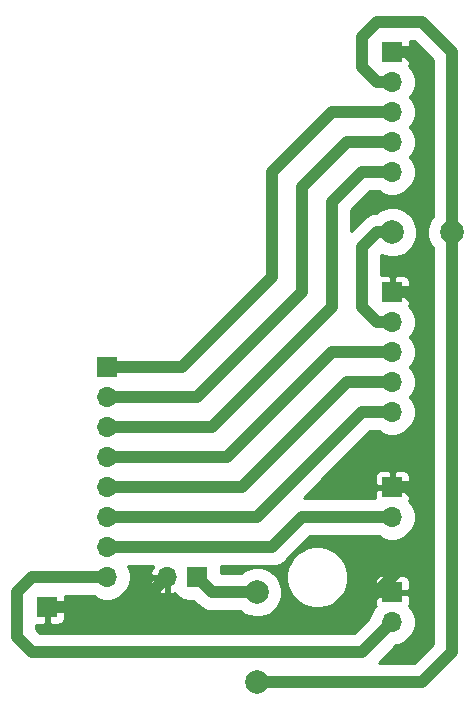
<source format=gbr>
%TF.GenerationSoftware,KiCad,Pcbnew,(5.1.6)-1*%
%TF.CreationDate,2020-12-26T21:59:52+01:00*%
%TF.ProjectId,userinput,75736572-696e-4707-9574-2e6b69636164,rev?*%
%TF.SameCoordinates,PX94f9350PY93c3260*%
%TF.FileFunction,Copper,L2,Bot*%
%TF.FilePolarity,Positive*%
%FSLAX46Y46*%
G04 Gerber Fmt 4.6, Leading zero omitted, Abs format (unit mm)*
G04 Created by KiCad (PCBNEW (5.1.6)-1) date 2020-12-26 21:59:52*
%MOMM*%
%LPD*%
G01*
G04 APERTURE LIST*
%TA.AperFunction,ComponentPad*%
%ADD10O,1.700000X1.700000*%
%TD*%
%TA.AperFunction,ComponentPad*%
%ADD11R,1.700000X1.700000*%
%TD*%
%TA.AperFunction,ViaPad*%
%ADD12C,2.000000*%
%TD*%
%TA.AperFunction,Conductor*%
%ADD13C,1.000000*%
%TD*%
%TA.AperFunction,Conductor*%
%ADD14C,0.254000*%
%TD*%
G04 APERTURE END LIST*
D10*
%TO.P,J11,5*%
%TO.N,/PIN_A13*%
X33020000Y24130000D03*
%TO.P,J11,4*%
%TO.N,/PIN_A12*%
X33020000Y26670000D03*
%TO.P,J11,3*%
%TO.N,/PIN_A11*%
X33020000Y29210000D03*
%TO.P,J11,2*%
%TO.N,+5V*%
X33020000Y31750000D03*
D11*
%TO.P,J11,1*%
%TO.N,GND*%
X33020000Y34290000D03*
%TD*%
D10*
%TO.P,J10,5*%
%TO.N,/PIN_A10*%
X33020000Y44450000D03*
%TO.P,J10,4*%
%TO.N,/PIN_A09*%
X33020000Y46990000D03*
%TO.P,J10,3*%
%TO.N,/PIN_A08*%
X33020000Y49530000D03*
%TO.P,J10,2*%
%TO.N,+5V*%
X33020000Y52070000D03*
D11*
%TO.P,J10,1*%
%TO.N,GND*%
X33020000Y54610000D03*
%TD*%
%TO.P,J9,1*%
%TO.N,GND*%
X3810000Y7620000D03*
%TD*%
D10*
%TO.P,J7,2*%
%TO.N,/PIN_A15*%
X33020000Y6350000D03*
D11*
%TO.P,J7,1*%
%TO.N,GND*%
X33020000Y8890000D03*
%TD*%
D10*
%TO.P,J6,2*%
%TO.N,/PIN_A14*%
X33020000Y15240000D03*
D11*
%TO.P,J6,1*%
%TO.N,GND*%
X33020000Y17780000D03*
%TD*%
D10*
%TO.P,J5,8*%
%TO.N,/PIN_A15*%
X8890000Y10160000D03*
%TO.P,J5,7*%
%TO.N,/PIN_A14*%
X8890000Y12700000D03*
%TO.P,J5,6*%
%TO.N,/PIN_A13*%
X8890000Y15240000D03*
%TO.P,J5,5*%
%TO.N,/PIN_A12*%
X8890000Y17780000D03*
%TO.P,J5,4*%
%TO.N,/PIN_A11*%
X8890000Y20320000D03*
%TO.P,J5,3*%
%TO.N,/PIN_A10*%
X8890000Y22860000D03*
%TO.P,J5,2*%
%TO.N,/PIN_A09*%
X8890000Y25400000D03*
D11*
%TO.P,J5,1*%
%TO.N,/PIN_A08*%
X8890000Y27940000D03*
%TD*%
%TO.P,J1,1*%
%TO.N,+5V*%
X16510000Y10160000D03*
D10*
%TO.P,J1,2*%
%TO.N,GND*%
X13970000Y10160000D03*
%TD*%
D12*
%TO.N,+5V*%
X38100000Y39370000D03*
X33020000Y39370000D03*
X21590000Y8890000D03*
X21590000Y1270000D03*
%TD*%
D13*
%TO.N,GND*%
X34290000Y17780000D02*
X33020000Y17780000D01*
X35560000Y16510000D02*
X34290000Y17780000D01*
X34290000Y34290000D02*
X33020000Y34290000D01*
X35560000Y33020000D02*
X34290000Y34290000D01*
X3810000Y7620000D02*
X11430000Y7620000D01*
X12700000Y6350000D02*
X29210000Y6350000D01*
X11430000Y7620000D02*
X12700000Y6350000D01*
X35560000Y53340000D02*
X34290000Y54610000D01*
X35560000Y12700000D02*
X35560000Y53340000D01*
X34290000Y54610000D02*
X33020000Y54610000D01*
X31750000Y8890000D02*
X33020000Y8890000D01*
X31750000Y8890000D02*
X35560000Y12700000D01*
X29210000Y6350000D02*
X31750000Y8890000D01*
X11430000Y7620000D02*
X13970000Y10160000D01*
%TO.N,+5V*%
X33020000Y39370000D02*
X31750000Y39370000D01*
X31750000Y39370000D02*
X30480000Y38100000D01*
X30480000Y38100000D02*
X30480000Y33020000D01*
X30480000Y33020000D02*
X31750000Y31750000D01*
X31750000Y31750000D02*
X33020000Y31750000D01*
X31750000Y52070000D02*
X33020000Y52070000D01*
X30480000Y53340000D02*
X31750000Y52070000D01*
X38100000Y54610000D02*
X35560000Y57150000D01*
X38100000Y39370000D02*
X38100000Y54610000D01*
X31750000Y57150000D02*
X30480000Y55880000D01*
X35560000Y57150000D02*
X31750000Y57150000D01*
X30480000Y55880000D02*
X30480000Y53340000D01*
X21590000Y1270000D02*
X35560000Y1270000D01*
X38100000Y3810000D02*
X38100000Y36830000D01*
X38100000Y36830000D02*
X38100000Y39370000D01*
X35560000Y1270000D02*
X38100000Y3810000D01*
X21590000Y8890000D02*
X17780000Y8890000D01*
X17780000Y8890000D02*
X16510000Y10160000D01*
%TO.N,/PIN_A15*%
X30480000Y3810000D02*
X33020000Y6350000D01*
X2540000Y3810000D02*
X30480000Y3810000D01*
X8890000Y10160000D02*
X2540000Y10160000D01*
X2540000Y10160000D02*
X1270000Y8890000D01*
X1270000Y8890000D02*
X1270000Y5080000D01*
X1270000Y5080000D02*
X2540000Y3810000D01*
%TO.N,/PIN_A14*%
X33020000Y15240000D02*
X25400000Y15240000D01*
X22860000Y12700000D02*
X8890000Y12700000D01*
X25400000Y15240000D02*
X22860000Y12700000D01*
%TO.N,/PIN_A13*%
X31750000Y24130000D02*
X33020000Y24130000D01*
X8890000Y15240000D02*
X21590000Y15240000D01*
X21590000Y15240000D02*
X29210000Y22860000D01*
X29210000Y22860000D02*
X30480000Y24130000D01*
X30480000Y24130000D02*
X31750000Y24130000D01*
%TO.N,/PIN_A12*%
X30480000Y26670000D02*
X33020000Y26670000D01*
X29210000Y26670000D02*
X30480000Y26670000D01*
X20320000Y17780000D02*
X29210000Y26670000D01*
X8890000Y17780000D02*
X20320000Y17780000D01*
%TO.N,/PIN_A11*%
X29210000Y29210000D02*
X33020000Y29210000D01*
X27940000Y29210000D02*
X29210000Y29210000D01*
X19050000Y20320000D02*
X27940000Y29210000D01*
X8890000Y20320000D02*
X19050000Y20320000D01*
%TO.N,/PIN_A10*%
X30480000Y44450000D02*
X33020000Y44450000D01*
X27940000Y33020000D02*
X27940000Y41910000D01*
X27940000Y41910000D02*
X30480000Y44450000D01*
X8890000Y22860000D02*
X17780000Y22860000D01*
X17780000Y22860000D02*
X27940000Y33020000D01*
%TO.N,/PIN_A09*%
X29210000Y46990000D02*
X33020000Y46990000D01*
X25400000Y43180000D02*
X29210000Y46990000D01*
X8890000Y25400000D02*
X16510000Y25400000D01*
X25400000Y34290000D02*
X25400000Y43180000D01*
X16510000Y25400000D02*
X25400000Y34290000D01*
%TO.N,/PIN_A08*%
X22860000Y44450000D02*
X27940000Y49530000D01*
X27940000Y49530000D02*
X33020000Y49530000D01*
X22860000Y35560000D02*
X22860000Y44450000D01*
X8890000Y27940000D02*
X15240000Y27940000D01*
X15240000Y27940000D02*
X22860000Y35560000D01*
%TD*%
D14*
%TO.N,GND*%
G36*
X36473001Y53936074D02*
G01*
X36473000Y40751033D01*
X36447851Y40725884D01*
X36215077Y40377512D01*
X36054739Y39990423D01*
X35973000Y39579491D01*
X35973000Y39160509D01*
X36054739Y38749577D01*
X36215077Y38362488D01*
X36447851Y38014116D01*
X36473000Y37988967D01*
X36473000Y36750076D01*
X36473001Y36750066D01*
X36473000Y4483925D01*
X34886075Y2897000D01*
X31867925Y2897000D01*
X33376007Y4405082D01*
X33596670Y4448975D01*
X33956461Y4598005D01*
X34280264Y4814364D01*
X34555636Y5089736D01*
X34771995Y5413539D01*
X34921025Y5773330D01*
X34997000Y6155282D01*
X34997000Y6544718D01*
X34921025Y6926670D01*
X34771995Y7286461D01*
X34555636Y7610264D01*
X34428354Y7737546D01*
X34459502Y7795820D01*
X34495812Y7915518D01*
X34508072Y8040000D01*
X34505000Y8604250D01*
X34346250Y8763000D01*
X33147000Y8763000D01*
X33147000Y8743000D01*
X32893000Y8743000D01*
X32893000Y8763000D01*
X31693750Y8763000D01*
X31535000Y8604250D01*
X31531928Y8040000D01*
X31544188Y7915518D01*
X31580498Y7795820D01*
X31611646Y7737546D01*
X31484364Y7610264D01*
X31268005Y7286461D01*
X31118975Y6926670D01*
X31075082Y6706007D01*
X29806075Y5437000D01*
X3213926Y5437000D01*
X2897000Y5753925D01*
X2897000Y6138133D01*
X2960000Y6131928D01*
X3524250Y6135000D01*
X3683000Y6293750D01*
X3683000Y7493000D01*
X3937000Y7493000D01*
X3937000Y6293750D01*
X4095750Y6135000D01*
X4660000Y6131928D01*
X4784482Y6144188D01*
X4904180Y6180498D01*
X5014494Y6239463D01*
X5111185Y6318815D01*
X5190537Y6415506D01*
X5249502Y6525820D01*
X5285812Y6645518D01*
X5298072Y6770000D01*
X5295000Y7334250D01*
X5136250Y7493000D01*
X3937000Y7493000D01*
X3683000Y7493000D01*
X3663000Y7493000D01*
X3663000Y7747000D01*
X3683000Y7747000D01*
X3683000Y7767000D01*
X3937000Y7767000D01*
X3937000Y7747000D01*
X5136250Y7747000D01*
X5295000Y7905750D01*
X5298072Y8470000D01*
X5291867Y8533000D01*
X7766471Y8533000D01*
X7953539Y8408005D01*
X8313330Y8258975D01*
X8695282Y8183000D01*
X9084718Y8183000D01*
X9466670Y8258975D01*
X9826461Y8408005D01*
X10150264Y8624364D01*
X10425636Y8899736D01*
X10641995Y9223539D01*
X10791025Y9583330D01*
X10834741Y9803109D01*
X12528519Y9803109D01*
X12625843Y9528748D01*
X12774822Y9278645D01*
X12969731Y9062412D01*
X13203080Y8888359D01*
X13465901Y8763175D01*
X13613110Y8718524D01*
X13843000Y8839845D01*
X13843000Y10033000D01*
X12649186Y10033000D01*
X12528519Y9803109D01*
X10834741Y9803109D01*
X10867000Y9965282D01*
X10867000Y10354718D01*
X10791025Y10736670D01*
X10651713Y11073000D01*
X12803346Y11073000D01*
X12774822Y11041355D01*
X12625843Y10791252D01*
X12528519Y10516891D01*
X12649186Y10287000D01*
X13843000Y10287000D01*
X13843000Y10307000D01*
X14097000Y10307000D01*
X14097000Y10287000D01*
X14117000Y10287000D01*
X14117000Y10033000D01*
X14097000Y10033000D01*
X14097000Y8839845D01*
X14326890Y8718524D01*
X14474099Y8763175D01*
X14633747Y8839217D01*
X14718400Y8680843D01*
X14859235Y8509235D01*
X15030843Y8368400D01*
X15226629Y8263750D01*
X15439069Y8199307D01*
X15660000Y8177547D01*
X16191527Y8177547D01*
X16573025Y7796049D01*
X16623971Y7733971D01*
X16686049Y7683025D01*
X16686052Y7683022D01*
X16800844Y7588815D01*
X16871714Y7530654D01*
X17154362Y7379575D01*
X17461052Y7286542D01*
X17700075Y7263000D01*
X17700085Y7263000D01*
X17779999Y7255129D01*
X17859914Y7263000D01*
X20208967Y7263000D01*
X20234116Y7237851D01*
X20582488Y7005077D01*
X20969577Y6844739D01*
X21380509Y6763000D01*
X21799491Y6763000D01*
X22210423Y6844739D01*
X22597512Y7005077D01*
X22945884Y7237851D01*
X23242149Y7534116D01*
X23474923Y7882488D01*
X23635261Y8269577D01*
X23717000Y8680509D01*
X23717000Y9099491D01*
X23635261Y9510423D01*
X23474923Y9897512D01*
X23242149Y10245884D01*
X23069296Y10418737D01*
X24043000Y10418737D01*
X24043000Y9901263D01*
X24143954Y9393732D01*
X24341983Y8915649D01*
X24629476Y8485385D01*
X24995385Y8119476D01*
X25425649Y7831983D01*
X25903732Y7633954D01*
X26411263Y7533000D01*
X26928737Y7533000D01*
X27436268Y7633954D01*
X27914351Y7831983D01*
X28344615Y8119476D01*
X28710524Y8485385D01*
X28998017Y8915649D01*
X29196046Y9393732D01*
X29264922Y9740000D01*
X31531928Y9740000D01*
X31535000Y9175750D01*
X31693750Y9017000D01*
X32893000Y9017000D01*
X32893000Y10216250D01*
X33147000Y10216250D01*
X33147000Y9017000D01*
X34346250Y9017000D01*
X34505000Y9175750D01*
X34508072Y9740000D01*
X34495812Y9864482D01*
X34459502Y9984180D01*
X34400537Y10094494D01*
X34321185Y10191185D01*
X34224494Y10270537D01*
X34114180Y10329502D01*
X33994482Y10365812D01*
X33870000Y10378072D01*
X33305750Y10375000D01*
X33147000Y10216250D01*
X32893000Y10216250D01*
X32734250Y10375000D01*
X32170000Y10378072D01*
X32045518Y10365812D01*
X31925820Y10329502D01*
X31815506Y10270537D01*
X31718815Y10191185D01*
X31639463Y10094494D01*
X31580498Y9984180D01*
X31544188Y9864482D01*
X31531928Y9740000D01*
X29264922Y9740000D01*
X29297000Y9901263D01*
X29297000Y10418737D01*
X29196046Y10926268D01*
X28998017Y11404351D01*
X28710524Y11834615D01*
X28344615Y12200524D01*
X27914351Y12488017D01*
X27436268Y12686046D01*
X26928737Y12787000D01*
X26411263Y12787000D01*
X25903732Y12686046D01*
X25425649Y12488017D01*
X24995385Y12200524D01*
X24629476Y11834615D01*
X24341983Y11404351D01*
X24143954Y10926268D01*
X24043000Y10418737D01*
X23069296Y10418737D01*
X22945884Y10542149D01*
X22597512Y10774923D01*
X22210423Y10935261D01*
X21799491Y11017000D01*
X21380509Y11017000D01*
X20969577Y10935261D01*
X20582488Y10774923D01*
X20234116Y10542149D01*
X20208967Y10517000D01*
X18492453Y10517000D01*
X18492453Y11010000D01*
X18486248Y11073000D01*
X22780086Y11073000D01*
X22860000Y11065129D01*
X22939914Y11073000D01*
X22939925Y11073000D01*
X23178948Y11096542D01*
X23485638Y11189575D01*
X23768286Y11340654D01*
X24016029Y11543971D01*
X24066980Y11606055D01*
X26073925Y13613000D01*
X31896471Y13613000D01*
X32083539Y13488005D01*
X32443330Y13338975D01*
X32825282Y13263000D01*
X33214718Y13263000D01*
X33596670Y13338975D01*
X33956461Y13488005D01*
X34280264Y13704364D01*
X34555636Y13979736D01*
X34771995Y14303539D01*
X34921025Y14663330D01*
X34997000Y15045282D01*
X34997000Y15434718D01*
X34921025Y15816670D01*
X34771995Y16176461D01*
X34555636Y16500264D01*
X34428354Y16627546D01*
X34459502Y16685820D01*
X34495812Y16805518D01*
X34508072Y16930000D01*
X34505000Y17494250D01*
X34346250Y17653000D01*
X33147000Y17653000D01*
X33147000Y17633000D01*
X32893000Y17633000D01*
X32893000Y17653000D01*
X31693750Y17653000D01*
X31535000Y17494250D01*
X31531928Y16930000D01*
X31538133Y16867000D01*
X25517925Y16867000D01*
X27280925Y18630000D01*
X31531928Y18630000D01*
X31535000Y18065750D01*
X31693750Y17907000D01*
X32893000Y17907000D01*
X32893000Y19106250D01*
X33147000Y19106250D01*
X33147000Y17907000D01*
X34346250Y17907000D01*
X34505000Y18065750D01*
X34508072Y18630000D01*
X34495812Y18754482D01*
X34459502Y18874180D01*
X34400537Y18984494D01*
X34321185Y19081185D01*
X34224494Y19160537D01*
X34114180Y19219502D01*
X33994482Y19255812D01*
X33870000Y19268072D01*
X33305750Y19265000D01*
X33147000Y19106250D01*
X32893000Y19106250D01*
X32734250Y19265000D01*
X32170000Y19268072D01*
X32045518Y19255812D01*
X31925820Y19219502D01*
X31815506Y19160537D01*
X31718815Y19081185D01*
X31639463Y18984494D01*
X31580498Y18874180D01*
X31544188Y18754482D01*
X31531928Y18630000D01*
X27280925Y18630000D01*
X30416977Y21766052D01*
X31153926Y22503000D01*
X31896471Y22503000D01*
X32083539Y22378005D01*
X32443330Y22228975D01*
X32825282Y22153000D01*
X33214718Y22153000D01*
X33596670Y22228975D01*
X33956461Y22378005D01*
X34280264Y22594364D01*
X34555636Y22869736D01*
X34771995Y23193539D01*
X34921025Y23553330D01*
X34997000Y23935282D01*
X34997000Y24324718D01*
X34921025Y24706670D01*
X34771995Y25066461D01*
X34555636Y25390264D01*
X34545900Y25400000D01*
X34555636Y25409736D01*
X34771995Y25733539D01*
X34921025Y26093330D01*
X34997000Y26475282D01*
X34997000Y26864718D01*
X34921025Y27246670D01*
X34771995Y27606461D01*
X34555636Y27930264D01*
X34545900Y27940000D01*
X34555636Y27949736D01*
X34771995Y28273539D01*
X34921025Y28633330D01*
X34997000Y29015282D01*
X34997000Y29404718D01*
X34921025Y29786670D01*
X34771995Y30146461D01*
X34555636Y30470264D01*
X34545900Y30480000D01*
X34555636Y30489736D01*
X34771995Y30813539D01*
X34921025Y31173330D01*
X34997000Y31555282D01*
X34997000Y31944718D01*
X34921025Y32326670D01*
X34771995Y32686461D01*
X34555636Y33010264D01*
X34428354Y33137546D01*
X34459502Y33195820D01*
X34495812Y33315518D01*
X34508072Y33440000D01*
X34505000Y34004250D01*
X34346250Y34163000D01*
X33147000Y34163000D01*
X33147000Y34143000D01*
X32893000Y34143000D01*
X32893000Y34163000D01*
X32873000Y34163000D01*
X32873000Y34417000D01*
X32893000Y34417000D01*
X32893000Y35616250D01*
X33147000Y35616250D01*
X33147000Y34417000D01*
X34346250Y34417000D01*
X34505000Y34575750D01*
X34508072Y35140000D01*
X34495812Y35264482D01*
X34459502Y35384180D01*
X34400537Y35494494D01*
X34321185Y35591185D01*
X34224494Y35670537D01*
X34114180Y35729502D01*
X33994482Y35765812D01*
X33870000Y35778072D01*
X33305750Y35775000D01*
X33147000Y35616250D01*
X32893000Y35616250D01*
X32734250Y35775000D01*
X32170000Y35778072D01*
X32107000Y35771867D01*
X32107000Y37426075D01*
X32121039Y37440114D01*
X32399577Y37324739D01*
X32810509Y37243000D01*
X33229491Y37243000D01*
X33640423Y37324739D01*
X34027512Y37485077D01*
X34375884Y37717851D01*
X34672149Y38014116D01*
X34904923Y38362488D01*
X35065261Y38749577D01*
X35147000Y39160509D01*
X35147000Y39579491D01*
X35065261Y39990423D01*
X34904923Y40377512D01*
X34672149Y40725884D01*
X34375884Y41022149D01*
X34027512Y41254923D01*
X33640423Y41415261D01*
X33229491Y41497000D01*
X32810509Y41497000D01*
X32399577Y41415261D01*
X32012488Y41254923D01*
X31664116Y41022149D01*
X31635568Y40993601D01*
X31431052Y40973458D01*
X31124362Y40880425D01*
X31124360Y40880424D01*
X30841714Y40729346D01*
X30656052Y40576978D01*
X30656049Y40576975D01*
X30593971Y40526029D01*
X30543025Y40463951D01*
X29567000Y39487925D01*
X29567000Y41236075D01*
X31153925Y42823000D01*
X31896471Y42823000D01*
X32083539Y42698005D01*
X32443330Y42548975D01*
X32825282Y42473000D01*
X33214718Y42473000D01*
X33596670Y42548975D01*
X33956461Y42698005D01*
X34280264Y42914364D01*
X34555636Y43189736D01*
X34771995Y43513539D01*
X34921025Y43873330D01*
X34997000Y44255282D01*
X34997000Y44644718D01*
X34921025Y45026670D01*
X34771995Y45386461D01*
X34555636Y45710264D01*
X34545900Y45720000D01*
X34555636Y45729736D01*
X34771995Y46053539D01*
X34921025Y46413330D01*
X34997000Y46795282D01*
X34997000Y47184718D01*
X34921025Y47566670D01*
X34771995Y47926461D01*
X34555636Y48250264D01*
X34545900Y48260000D01*
X34555636Y48269736D01*
X34771995Y48593539D01*
X34921025Y48953330D01*
X34997000Y49335282D01*
X34997000Y49724718D01*
X34921025Y50106670D01*
X34771995Y50466461D01*
X34555636Y50790264D01*
X34545900Y50800000D01*
X34555636Y50809736D01*
X34771995Y51133539D01*
X34921025Y51493330D01*
X34997000Y51875282D01*
X34997000Y52264718D01*
X34921025Y52646670D01*
X34771995Y53006461D01*
X34555636Y53330264D01*
X34428354Y53457546D01*
X34459502Y53515820D01*
X34495812Y53635518D01*
X34508072Y53760000D01*
X34505000Y54324250D01*
X34346250Y54483000D01*
X33147000Y54483000D01*
X33147000Y54463000D01*
X32893000Y54463000D01*
X32893000Y54483000D01*
X32873000Y54483000D01*
X32873000Y54737000D01*
X32893000Y54737000D01*
X32893000Y54757000D01*
X33147000Y54757000D01*
X33147000Y54737000D01*
X34346250Y54737000D01*
X34505000Y54895750D01*
X34508072Y55460000D01*
X34501867Y55523000D01*
X34886075Y55523000D01*
X36473001Y53936074D01*
G37*
X36473001Y53936074D02*
X36473000Y40751033D01*
X36447851Y40725884D01*
X36215077Y40377512D01*
X36054739Y39990423D01*
X35973000Y39579491D01*
X35973000Y39160509D01*
X36054739Y38749577D01*
X36215077Y38362488D01*
X36447851Y38014116D01*
X36473000Y37988967D01*
X36473000Y36750076D01*
X36473001Y36750066D01*
X36473000Y4483925D01*
X34886075Y2897000D01*
X31867925Y2897000D01*
X33376007Y4405082D01*
X33596670Y4448975D01*
X33956461Y4598005D01*
X34280264Y4814364D01*
X34555636Y5089736D01*
X34771995Y5413539D01*
X34921025Y5773330D01*
X34997000Y6155282D01*
X34997000Y6544718D01*
X34921025Y6926670D01*
X34771995Y7286461D01*
X34555636Y7610264D01*
X34428354Y7737546D01*
X34459502Y7795820D01*
X34495812Y7915518D01*
X34508072Y8040000D01*
X34505000Y8604250D01*
X34346250Y8763000D01*
X33147000Y8763000D01*
X33147000Y8743000D01*
X32893000Y8743000D01*
X32893000Y8763000D01*
X31693750Y8763000D01*
X31535000Y8604250D01*
X31531928Y8040000D01*
X31544188Y7915518D01*
X31580498Y7795820D01*
X31611646Y7737546D01*
X31484364Y7610264D01*
X31268005Y7286461D01*
X31118975Y6926670D01*
X31075082Y6706007D01*
X29806075Y5437000D01*
X3213926Y5437000D01*
X2897000Y5753925D01*
X2897000Y6138133D01*
X2960000Y6131928D01*
X3524250Y6135000D01*
X3683000Y6293750D01*
X3683000Y7493000D01*
X3937000Y7493000D01*
X3937000Y6293750D01*
X4095750Y6135000D01*
X4660000Y6131928D01*
X4784482Y6144188D01*
X4904180Y6180498D01*
X5014494Y6239463D01*
X5111185Y6318815D01*
X5190537Y6415506D01*
X5249502Y6525820D01*
X5285812Y6645518D01*
X5298072Y6770000D01*
X5295000Y7334250D01*
X5136250Y7493000D01*
X3937000Y7493000D01*
X3683000Y7493000D01*
X3663000Y7493000D01*
X3663000Y7747000D01*
X3683000Y7747000D01*
X3683000Y7767000D01*
X3937000Y7767000D01*
X3937000Y7747000D01*
X5136250Y7747000D01*
X5295000Y7905750D01*
X5298072Y8470000D01*
X5291867Y8533000D01*
X7766471Y8533000D01*
X7953539Y8408005D01*
X8313330Y8258975D01*
X8695282Y8183000D01*
X9084718Y8183000D01*
X9466670Y8258975D01*
X9826461Y8408005D01*
X10150264Y8624364D01*
X10425636Y8899736D01*
X10641995Y9223539D01*
X10791025Y9583330D01*
X10834741Y9803109D01*
X12528519Y9803109D01*
X12625843Y9528748D01*
X12774822Y9278645D01*
X12969731Y9062412D01*
X13203080Y8888359D01*
X13465901Y8763175D01*
X13613110Y8718524D01*
X13843000Y8839845D01*
X13843000Y10033000D01*
X12649186Y10033000D01*
X12528519Y9803109D01*
X10834741Y9803109D01*
X10867000Y9965282D01*
X10867000Y10354718D01*
X10791025Y10736670D01*
X10651713Y11073000D01*
X12803346Y11073000D01*
X12774822Y11041355D01*
X12625843Y10791252D01*
X12528519Y10516891D01*
X12649186Y10287000D01*
X13843000Y10287000D01*
X13843000Y10307000D01*
X14097000Y10307000D01*
X14097000Y10287000D01*
X14117000Y10287000D01*
X14117000Y10033000D01*
X14097000Y10033000D01*
X14097000Y8839845D01*
X14326890Y8718524D01*
X14474099Y8763175D01*
X14633747Y8839217D01*
X14718400Y8680843D01*
X14859235Y8509235D01*
X15030843Y8368400D01*
X15226629Y8263750D01*
X15439069Y8199307D01*
X15660000Y8177547D01*
X16191527Y8177547D01*
X16573025Y7796049D01*
X16623971Y7733971D01*
X16686049Y7683025D01*
X16686052Y7683022D01*
X16800844Y7588815D01*
X16871714Y7530654D01*
X17154362Y7379575D01*
X17461052Y7286542D01*
X17700075Y7263000D01*
X17700085Y7263000D01*
X17779999Y7255129D01*
X17859914Y7263000D01*
X20208967Y7263000D01*
X20234116Y7237851D01*
X20582488Y7005077D01*
X20969577Y6844739D01*
X21380509Y6763000D01*
X21799491Y6763000D01*
X22210423Y6844739D01*
X22597512Y7005077D01*
X22945884Y7237851D01*
X23242149Y7534116D01*
X23474923Y7882488D01*
X23635261Y8269577D01*
X23717000Y8680509D01*
X23717000Y9099491D01*
X23635261Y9510423D01*
X23474923Y9897512D01*
X23242149Y10245884D01*
X23069296Y10418737D01*
X24043000Y10418737D01*
X24043000Y9901263D01*
X24143954Y9393732D01*
X24341983Y8915649D01*
X24629476Y8485385D01*
X24995385Y8119476D01*
X25425649Y7831983D01*
X25903732Y7633954D01*
X26411263Y7533000D01*
X26928737Y7533000D01*
X27436268Y7633954D01*
X27914351Y7831983D01*
X28344615Y8119476D01*
X28710524Y8485385D01*
X28998017Y8915649D01*
X29196046Y9393732D01*
X29264922Y9740000D01*
X31531928Y9740000D01*
X31535000Y9175750D01*
X31693750Y9017000D01*
X32893000Y9017000D01*
X32893000Y10216250D01*
X33147000Y10216250D01*
X33147000Y9017000D01*
X34346250Y9017000D01*
X34505000Y9175750D01*
X34508072Y9740000D01*
X34495812Y9864482D01*
X34459502Y9984180D01*
X34400537Y10094494D01*
X34321185Y10191185D01*
X34224494Y10270537D01*
X34114180Y10329502D01*
X33994482Y10365812D01*
X33870000Y10378072D01*
X33305750Y10375000D01*
X33147000Y10216250D01*
X32893000Y10216250D01*
X32734250Y10375000D01*
X32170000Y10378072D01*
X32045518Y10365812D01*
X31925820Y10329502D01*
X31815506Y10270537D01*
X31718815Y10191185D01*
X31639463Y10094494D01*
X31580498Y9984180D01*
X31544188Y9864482D01*
X31531928Y9740000D01*
X29264922Y9740000D01*
X29297000Y9901263D01*
X29297000Y10418737D01*
X29196046Y10926268D01*
X28998017Y11404351D01*
X28710524Y11834615D01*
X28344615Y12200524D01*
X27914351Y12488017D01*
X27436268Y12686046D01*
X26928737Y12787000D01*
X26411263Y12787000D01*
X25903732Y12686046D01*
X25425649Y12488017D01*
X24995385Y12200524D01*
X24629476Y11834615D01*
X24341983Y11404351D01*
X24143954Y10926268D01*
X24043000Y10418737D01*
X23069296Y10418737D01*
X22945884Y10542149D01*
X22597512Y10774923D01*
X22210423Y10935261D01*
X21799491Y11017000D01*
X21380509Y11017000D01*
X20969577Y10935261D01*
X20582488Y10774923D01*
X20234116Y10542149D01*
X20208967Y10517000D01*
X18492453Y10517000D01*
X18492453Y11010000D01*
X18486248Y11073000D01*
X22780086Y11073000D01*
X22860000Y11065129D01*
X22939914Y11073000D01*
X22939925Y11073000D01*
X23178948Y11096542D01*
X23485638Y11189575D01*
X23768286Y11340654D01*
X24016029Y11543971D01*
X24066980Y11606055D01*
X26073925Y13613000D01*
X31896471Y13613000D01*
X32083539Y13488005D01*
X32443330Y13338975D01*
X32825282Y13263000D01*
X33214718Y13263000D01*
X33596670Y13338975D01*
X33956461Y13488005D01*
X34280264Y13704364D01*
X34555636Y13979736D01*
X34771995Y14303539D01*
X34921025Y14663330D01*
X34997000Y15045282D01*
X34997000Y15434718D01*
X34921025Y15816670D01*
X34771995Y16176461D01*
X34555636Y16500264D01*
X34428354Y16627546D01*
X34459502Y16685820D01*
X34495812Y16805518D01*
X34508072Y16930000D01*
X34505000Y17494250D01*
X34346250Y17653000D01*
X33147000Y17653000D01*
X33147000Y17633000D01*
X32893000Y17633000D01*
X32893000Y17653000D01*
X31693750Y17653000D01*
X31535000Y17494250D01*
X31531928Y16930000D01*
X31538133Y16867000D01*
X25517925Y16867000D01*
X27280925Y18630000D01*
X31531928Y18630000D01*
X31535000Y18065750D01*
X31693750Y17907000D01*
X32893000Y17907000D01*
X32893000Y19106250D01*
X33147000Y19106250D01*
X33147000Y17907000D01*
X34346250Y17907000D01*
X34505000Y18065750D01*
X34508072Y18630000D01*
X34495812Y18754482D01*
X34459502Y18874180D01*
X34400537Y18984494D01*
X34321185Y19081185D01*
X34224494Y19160537D01*
X34114180Y19219502D01*
X33994482Y19255812D01*
X33870000Y19268072D01*
X33305750Y19265000D01*
X33147000Y19106250D01*
X32893000Y19106250D01*
X32734250Y19265000D01*
X32170000Y19268072D01*
X32045518Y19255812D01*
X31925820Y19219502D01*
X31815506Y19160537D01*
X31718815Y19081185D01*
X31639463Y18984494D01*
X31580498Y18874180D01*
X31544188Y18754482D01*
X31531928Y18630000D01*
X27280925Y18630000D01*
X30416977Y21766052D01*
X31153926Y22503000D01*
X31896471Y22503000D01*
X32083539Y22378005D01*
X32443330Y22228975D01*
X32825282Y22153000D01*
X33214718Y22153000D01*
X33596670Y22228975D01*
X33956461Y22378005D01*
X34280264Y22594364D01*
X34555636Y22869736D01*
X34771995Y23193539D01*
X34921025Y23553330D01*
X34997000Y23935282D01*
X34997000Y24324718D01*
X34921025Y24706670D01*
X34771995Y25066461D01*
X34555636Y25390264D01*
X34545900Y25400000D01*
X34555636Y25409736D01*
X34771995Y25733539D01*
X34921025Y26093330D01*
X34997000Y26475282D01*
X34997000Y26864718D01*
X34921025Y27246670D01*
X34771995Y27606461D01*
X34555636Y27930264D01*
X34545900Y27940000D01*
X34555636Y27949736D01*
X34771995Y28273539D01*
X34921025Y28633330D01*
X34997000Y29015282D01*
X34997000Y29404718D01*
X34921025Y29786670D01*
X34771995Y30146461D01*
X34555636Y30470264D01*
X34545900Y30480000D01*
X34555636Y30489736D01*
X34771995Y30813539D01*
X34921025Y31173330D01*
X34997000Y31555282D01*
X34997000Y31944718D01*
X34921025Y32326670D01*
X34771995Y32686461D01*
X34555636Y33010264D01*
X34428354Y33137546D01*
X34459502Y33195820D01*
X34495812Y33315518D01*
X34508072Y33440000D01*
X34505000Y34004250D01*
X34346250Y34163000D01*
X33147000Y34163000D01*
X33147000Y34143000D01*
X32893000Y34143000D01*
X32893000Y34163000D01*
X32873000Y34163000D01*
X32873000Y34417000D01*
X32893000Y34417000D01*
X32893000Y35616250D01*
X33147000Y35616250D01*
X33147000Y34417000D01*
X34346250Y34417000D01*
X34505000Y34575750D01*
X34508072Y35140000D01*
X34495812Y35264482D01*
X34459502Y35384180D01*
X34400537Y35494494D01*
X34321185Y35591185D01*
X34224494Y35670537D01*
X34114180Y35729502D01*
X33994482Y35765812D01*
X33870000Y35778072D01*
X33305750Y35775000D01*
X33147000Y35616250D01*
X32893000Y35616250D01*
X32734250Y35775000D01*
X32170000Y35778072D01*
X32107000Y35771867D01*
X32107000Y37426075D01*
X32121039Y37440114D01*
X32399577Y37324739D01*
X32810509Y37243000D01*
X33229491Y37243000D01*
X33640423Y37324739D01*
X34027512Y37485077D01*
X34375884Y37717851D01*
X34672149Y38014116D01*
X34904923Y38362488D01*
X35065261Y38749577D01*
X35147000Y39160509D01*
X35147000Y39579491D01*
X35065261Y39990423D01*
X34904923Y40377512D01*
X34672149Y40725884D01*
X34375884Y41022149D01*
X34027512Y41254923D01*
X33640423Y41415261D01*
X33229491Y41497000D01*
X32810509Y41497000D01*
X32399577Y41415261D01*
X32012488Y41254923D01*
X31664116Y41022149D01*
X31635568Y40993601D01*
X31431052Y40973458D01*
X31124362Y40880425D01*
X31124360Y40880424D01*
X30841714Y40729346D01*
X30656052Y40576978D01*
X30656049Y40576975D01*
X30593971Y40526029D01*
X30543025Y40463951D01*
X29567000Y39487925D01*
X29567000Y41236075D01*
X31153925Y42823000D01*
X31896471Y42823000D01*
X32083539Y42698005D01*
X32443330Y42548975D01*
X32825282Y42473000D01*
X33214718Y42473000D01*
X33596670Y42548975D01*
X33956461Y42698005D01*
X34280264Y42914364D01*
X34555636Y43189736D01*
X34771995Y43513539D01*
X34921025Y43873330D01*
X34997000Y44255282D01*
X34997000Y44644718D01*
X34921025Y45026670D01*
X34771995Y45386461D01*
X34555636Y45710264D01*
X34545900Y45720000D01*
X34555636Y45729736D01*
X34771995Y46053539D01*
X34921025Y46413330D01*
X34997000Y46795282D01*
X34997000Y47184718D01*
X34921025Y47566670D01*
X34771995Y47926461D01*
X34555636Y48250264D01*
X34545900Y48260000D01*
X34555636Y48269736D01*
X34771995Y48593539D01*
X34921025Y48953330D01*
X34997000Y49335282D01*
X34997000Y49724718D01*
X34921025Y50106670D01*
X34771995Y50466461D01*
X34555636Y50790264D01*
X34545900Y50800000D01*
X34555636Y50809736D01*
X34771995Y51133539D01*
X34921025Y51493330D01*
X34997000Y51875282D01*
X34997000Y52264718D01*
X34921025Y52646670D01*
X34771995Y53006461D01*
X34555636Y53330264D01*
X34428354Y53457546D01*
X34459502Y53515820D01*
X34495812Y53635518D01*
X34508072Y53760000D01*
X34505000Y54324250D01*
X34346250Y54483000D01*
X33147000Y54483000D01*
X33147000Y54463000D01*
X32893000Y54463000D01*
X32893000Y54483000D01*
X32873000Y54483000D01*
X32873000Y54737000D01*
X32893000Y54737000D01*
X32893000Y54757000D01*
X33147000Y54757000D01*
X33147000Y54737000D01*
X34346250Y54737000D01*
X34505000Y54895750D01*
X34508072Y55460000D01*
X34501867Y55523000D01*
X34886075Y55523000D01*
X36473001Y53936074D01*
%TD*%
M02*

</source>
